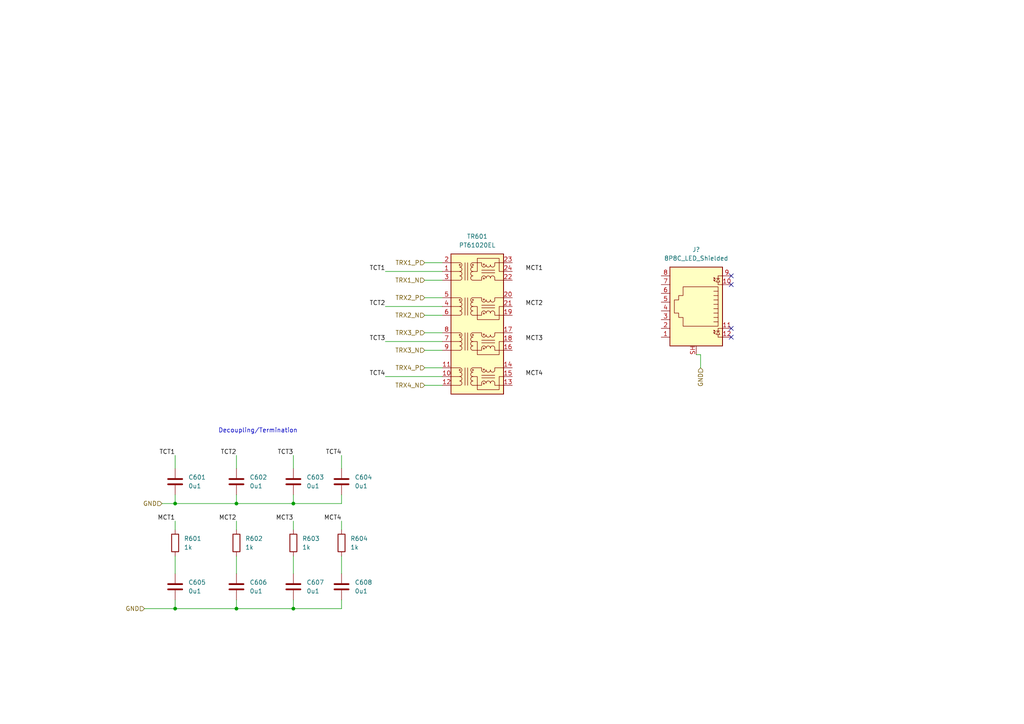
<source format=kicad_sch>
(kicad_sch (version 20211123) (generator eeschema)
  (paper "A4")
  (lib_symbols
    (symbol "Connector:8P8C_LED_Shielded" (pin_names (offset 1.016))
      (property "Reference" "J" (at -5.08 13.97 0))
      (property "Value" "8P8C_LED_Shielded" (at 1.27 13.97 0))
      (symbol "8P8C_LED_Shielded_0_1"
        (polyline (pts (xy -7.62 -7.62) (xy -6.35 -7.62)))
        (polyline (pts (xy -7.62 -5.08) (xy -6.35 -5.08)))
        (polyline (pts (xy -7.62 7.62) (xy -6.35 7.62)))
        (polyline (pts (xy -7.62 10.16) (xy -6.35 10.16)))
        (polyline (pts (xy -6.858 -5.842) (xy -5.842 -5.842)))
        (polyline (pts (xy -6.858 9.398) (xy -5.842 9.398)))
        (polyline (pts (xy -6.35 -7.62) (xy -6.35 -6.858)))
        (polyline (pts (xy -6.35 -5.08) (xy -6.35 -5.842)))
        (polyline (pts (xy -6.35 7.62) (xy -6.35 8.382)))
        (polyline (pts (xy -6.35 10.16) (xy -6.35 9.398)))
        (polyline (pts (xy -5.08 -6.223) (xy -5.207 -6.604)))
        (polyline (pts (xy -5.08 -5.588) (xy -5.207 -5.969)))
        (polyline (pts (xy -5.08 4.445) (xy -6.35 4.445)))
        (polyline (pts (xy -5.08 5.715) (xy -6.35 5.715)))
        (polyline (pts (xy -5.08 9.017) (xy -5.207 8.636)))
        (polyline (pts (xy -5.08 9.652) (xy -5.207 9.271)))
        (polyline (pts (xy -6.35 -3.175) (xy -5.08 -3.175) (xy -5.08 -3.175)))
        (polyline (pts (xy -6.35 -1.905) (xy -5.08 -1.905) (xy -5.08 -1.905)))
        (polyline (pts (xy -6.35 -0.635) (xy -5.08 -0.635) (xy -5.08 -0.635)))
        (polyline (pts (xy -6.35 0.635) (xy -5.08 0.635) (xy -5.08 0.635)))
        (polyline (pts (xy -6.35 1.905) (xy -5.08 1.905) (xy -5.08 1.905)))
        (polyline (pts (xy -5.588 -6.731) (xy -5.08 -6.223) (xy -5.461 -6.35)))
        (polyline (pts (xy -5.588 -6.096) (xy -5.08 -5.588) (xy -5.461 -5.715)))
        (polyline (pts (xy -5.588 8.509) (xy -5.08 9.017) (xy -5.461 8.89)))
        (polyline (pts (xy -5.588 9.144) (xy -5.08 9.652) (xy -5.461 9.525)))
        (polyline (pts (xy -5.08 3.175) (xy -6.35 3.175) (xy -6.35 3.175)))
        (polyline (pts (xy -6.35 -5.842) (xy -6.858 -6.858) (xy -5.842 -6.858) (xy -6.35 -5.842)))
        (polyline (pts (xy -6.35 9.398) (xy -6.858 8.382) (xy -5.842 8.382) (xy -6.35 9.398)))
        (polyline (pts (xy -6.35 -4.445) (xy -6.35 6.985) (xy 3.81 6.985) (xy 3.81 4.445) (xy 5.08 4.445) (xy 5.08 3.175) (xy 6.35 3.175) (xy 6.35 -0.635) (xy 5.08 -0.635) (xy 5.08 -1.905) (xy 3.81 -1.905) (xy 3.81 -4.445) (xy -6.35 -4.445) (xy -6.35 -4.445)))
        (rectangle (start 7.62 12.7) (end -7.62 -10.16) (stroke (width 0.254)) (fill (type background)))
      )
      (symbol "8P8C_LED_Shielded_1_1"
        (pin passive line (at 10.16 -7.62 180) (length 2.54) (name "~") (number "1"))
        (pin passive line (at -10.16 7.62 0) (length 2.54) (name "~") (number "10"))
        (pin passive line (at -10.16 -5.08 0) (length 2.54) (name "~") (number "11"))
        (pin passive line (at -10.16 -7.62 0) (length 2.54) (name "~") (number "12"))
        (pin passive line (at 10.16 -5.08 180) (length 2.54) (name "~") (number "2"))
        (pin passive line (at 10.16 -2.54 180) (length 2.54) (name "~") (number "3"))
        (pin passive line (at 10.16 0 180) (length 2.54) (name "~") (number "4"))
        (pin passive line (at 10.16 2.54 180) (length 2.54) (name "~") (number "5"))
        (pin passive line (at 10.16 5.08 180) (length 2.54) (name "~") (number "6"))
        (pin passive line (at 10.16 7.62 180) (length 2.54) (name "~") (number "7"))
        (pin passive line (at 10.16 10.16 180) (length 2.54) (name "~") (number "8"))
        (pin passive line (at -10.16 10.16 0) (length 2.54) (name "~") (number "9"))
        (pin passive line (at 0 -12.7 90) (length 2.54) (name "~") (number "SH"))
      )
    )
    (symbol "Device:C" (pin_numbers hide) (pin_names (offset 0.254))
      (property "Reference" "C" (at 0.635 2.54 0))
      (property "Value" "C" (at 0.635 -2.54 0))
      (symbol "C_0_1"
        (polyline (pts (xy -2.032 -0.762) (xy 2.032 -0.762)) (stroke (width 0.508)))
        (polyline (pts (xy -2.032 0.762) (xy 2.032 0.762)) (stroke (width 0.508)))
      )
      (symbol "C_1_1"
        (pin passive line (at 0 3.81 270) (length 2.794) (name "~") (number "1"))
        (pin passive line (at 0 -3.81 90) (length 2.794) (name "~") (number "2"))
      )
    )
    (symbol "Device:R" (pin_numbers hide) (pin_names (offset 0))
      (property "Reference" "R" (at 2.032 0 90))
      (property "Value" "R" (at 0 0 90))
      (symbol "R_0_1"
        (rectangle (start -1.016 -2.54) (end 1.016 2.54) (stroke (width 0.254)))
      )
      (symbol "R_1_1"
        (pin passive line (at 0 3.81 270) (length 1.27) (name "~") (number "1"))
        (pin passive line (at 0 -3.81 90) (length 1.27) (name "~") (number "2"))
      )
    )
    (symbol "Sonar:PT61020EL" (pin_names hide)
      (property "Reference" "TR" (at 0 22.225 0))
      (property "Value" "PT61020EL" (at 0 -21.59 0))
      (symbol "PT61020EL_0_1"
        (rectangle (start -7.62 20.32) (end 7.62 -20.32) (stroke (width 0.254)) (fill (type background)))
        (arc (start -5.08 16.51) (mid -4.445 17.145) (end -5.08 17.78))
        (circle (center -5.08 17.145) (radius 0.1778))
        (polyline (pts (xy -5.08 12.7) (xy -7.62 12.7)))
        (polyline (pts (xy -5.08 15.24) (xy -7.62 15.24)))
        (polyline (pts (xy -5.08 17.78) (xy -7.62 17.78)))
        (polyline (pts (xy -3.556 -12.7) (xy -3.556 -17.78)))
        (polyline (pts (xy -3.556 -2.54) (xy -3.556 -7.62)))
        (polyline (pts (xy -3.556 7.62) (xy -3.556 2.54)))
        (polyline (pts (xy -3.556 12.7) (xy -3.556 17.78)))
        (polyline (pts (xy -2.794 -17.78) (xy -2.794 -12.7)))
        (polyline (pts (xy -2.794 -7.62) (xy -2.794 -2.54)))
        (polyline (pts (xy -2.794 2.54) (xy -2.794 7.62)))
        (polyline (pts (xy -2.794 17.78) (xy -2.794 12.7)))
        (polyline (pts (xy 1.27 14.859) (xy 5.08 14.859)))
        (polyline (pts (xy 1.27 15.621) (xy 5.08 15.621)))
        (polyline (pts (xy -1.27 12.7) (xy 1.27 12.7) (xy 1.27 13.335)))
        (polyline (pts (xy 1.27 17.145) (xy 1.27 17.78) (xy -1.27 17.78)))
        (polyline (pts (xy 5.08 13.335) (xy 5.08 12.7) (xy 7.62 12.7)))
        (polyline (pts (xy 5.08 17.145) (xy 5.08 17.78) (xy 7.62 17.78)))
        (polyline (pts (xy -1.27 15.24) (xy 0 15.24) (xy 0 19.05) (xy 6.35 19.05) (xy 6.35 15.24) (xy 7.62 15.24)))
      )
      (symbol "PT61020EL_1_1"
        (arc (start -5.08 -17.78) (mid -4.445 -17.145) (end -5.08 -16.51))
        (arc (start -5.08 -16.51) (mid -4.445 -15.875) (end -5.08 -15.24))
        (arc (start -5.08 -15.24) (mid -4.445 -14.605) (end -5.08 -13.97))
        (arc (start -5.08 -13.97) (mid -4.445 -13.335) (end -5.08 -12.7))
        (circle (center -5.08 -13.335) (radius 0.1778))
        (arc (start -5.08 -7.62) (mid -4.445 -6.985) (end -5.08 -6.35))
        (arc (start -5.08 -6.35) (mid -4.445 -5.715) (end -5.08 -5.08))
        (arc (start -5.08 -5.08) (mid -4.445 -4.445) (end -5.08 -3.81))
        (arc (start -5.08 -3.81) (mid -4.445 -3.175) (end -5.08 -2.54))
        (circle (center -5.08 -3.175) (radius 0.1778))
        (arc (start -5.08 2.54) (mid -4.445 3.175) (end -5.08 3.81))
        (arc (start -5.08 3.81) (mid -4.445 4.445) (end -5.08 5.08))
        (arc (start -5.08 5.08) (mid -4.445 5.715) (end -5.08 6.35))
        (arc (start -5.08 6.35) (mid -4.445 6.985) (end -5.08 7.62))
        (circle (center -5.08 6.985) (radius 0.1778))
        (arc (start -5.08 12.7) (mid -4.445 13.335) (end -5.08 13.97))
        (arc (start -5.08 13.97) (mid -4.445 14.605) (end -5.08 15.24))
        (arc (start -5.08 15.24) (mid -4.445 15.875) (end -5.08 16.51))
        (arc (start -1.27 -16.51) (mid -1.905 -17.145) (end -1.27 -17.78))
        (arc (start -1.27 -15.24) (mid -1.905 -15.875) (end -1.27 -16.51))
        (arc (start -1.27 -13.97) (mid -1.905 -14.605) (end -1.27 -15.24))
        (circle (center -1.27 -13.335) (radius 0.1778))
        (arc (start -1.27 -12.7) (mid -1.905 -13.335) (end -1.27 -13.97))
        (arc (start -1.27 -6.35) (mid -1.905 -6.985) (end -1.27 -7.62))
        (arc (start -1.27 -5.08) (mid -1.905 -5.715) (end -1.27 -6.35))
        (arc (start -1.27 -3.81) (mid -1.905 -4.445) (end -1.27 -5.08))
        (circle (center -1.27 -3.175) (radius 0.1778))
        (arc (start -1.27 -2.54) (mid -1.905 -3.175) (end -1.27 -3.81))
        (arc (start -1.27 3.81) (mid -1.905 3.175) (end -1.27 2.54))
        (arc (start -1.27 5.08) (mid -1.905 4.445) (end -1.27 3.81))
        (arc (start -1.27 6.35) (mid -1.905 5.715) (end -1.27 5.08))
        (circle (center -1.27 6.985) (radius 0.1778))
        (arc (start -1.27 7.62) (mid -1.905 6.985) (end -1.27 6.35))
        (arc (start -1.27 13.97) (mid -1.905 13.335) (end -1.27 12.7))
        (arc (start -1.27 15.24) (mid -1.905 14.605) (end -1.27 13.97))
        (arc (start -1.27 16.51) (mid -1.905 15.875) (end -1.27 15.24))
        (circle (center -1.27 17.145) (radius 0.1778))
        (arc (start -1.27 17.78) (mid -1.905 17.145) (end -1.27 16.51))
        (polyline (pts (xy -5.08 -17.78) (xy -7.62 -17.78)))
        (polyline (pts (xy -5.08 -15.24) (xy -7.62 -15.24)))
        (polyline (pts (xy -5.08 -12.7) (xy -7.62 -12.7)))
        (polyline (pts (xy -5.08 -7.62) (xy -7.62 -7.62)))
        (polyline (pts (xy -5.08 -5.08) (xy -7.62 -5.08)))
        (polyline (pts (xy -5.08 -2.54) (xy -7.62 -2.54)))
        (polyline (pts (xy -5.08 2.54) (xy -7.62 2.54)))
        (polyline (pts (xy -5.08 5.08) (xy -7.62 5.08)))
        (polyline (pts (xy -5.08 7.62) (xy -7.62 7.62)))
        (polyline (pts (xy 1.27 -15.621) (xy 5.08 -15.621)))
        (polyline (pts (xy 1.27 -14.859) (xy 5.08 -14.859)))
        (polyline (pts (xy 1.27 -5.461) (xy 5.08 -5.461)))
        (polyline (pts (xy 1.27 -4.699) (xy 5.08 -4.699)))
        (polyline (pts (xy 1.27 4.699) (xy 5.08 4.699)))
        (polyline (pts (xy 1.27 5.461) (xy 5.08 5.461)))
        (polyline (pts (xy -1.27 -17.78) (xy 1.27 -17.78) (xy 1.27 -17.145)))
        (polyline (pts (xy -1.27 -7.62) (xy 1.27 -7.62) (xy 1.27 -6.985)))
        (polyline (pts (xy -1.27 2.54) (xy 1.27 2.54) (xy 1.27 3.175)))
        (polyline (pts (xy 1.27 -13.335) (xy 1.27 -12.7) (xy -1.27 -12.7)))
        (polyline (pts (xy 1.27 -3.175) (xy 1.27 -2.54) (xy -1.27 -2.54)))
        (polyline (pts (xy 1.27 6.985) (xy 1.27 7.62) (xy -1.27 7.62)))
        (polyline (pts (xy 5.08 -17.145) (xy 5.08 -17.78) (xy 7.62 -17.78)))
        (polyline (pts (xy 5.08 -13.335) (xy 5.08 -12.7) (xy 7.62 -12.7)))
        (polyline (pts (xy 5.08 -6.985) (xy 5.08 -7.62) (xy 7.62 -7.62)))
        (polyline (pts (xy 5.08 -3.175) (xy 5.08 -2.54) (xy 7.62 -2.54)))
        (polyline (pts (xy 5.08 3.175) (xy 5.08 2.54) (xy 7.62 2.54)))
        (polyline (pts (xy 5.08 6.985) (xy 5.08 7.62) (xy 7.62 7.62)))
        (polyline (pts (xy 7.62 -15.24) (xy 6.35 -15.24) (xy 6.35 -19.05) (xy 0 -19.05) (xy 0 -15.24) (xy -1.27 -15.24)))
        (polyline (pts (xy 7.62 -5.08) (xy 6.35 -5.08) (xy 6.35 -8.89) (xy 0 -8.89) (xy 0 -5.08) (xy -1.27 -5.08)))
        (polyline (pts (xy 7.62 5.08) (xy 6.35 5.08) (xy 6.35 1.27) (xy 0 1.27) (xy 0 5.08) (xy -1.27 5.08)))
        (arc (start 1.27 -13.335) (mid 1.905 -13.97) (end 2.54 -13.335))
        (arc (start 1.27 -3.175) (mid 1.905 -3.81) (end 2.54 -3.175))
        (arc (start 1.27 6.985) (mid 1.905 6.35) (end 2.54 6.985))
        (arc (start 1.27 17.145) (mid 1.905 16.51) (end 2.54 17.145))
        (circle (center 1.905 -17.272) (radius 0.1778))
        (circle (center 1.905 -13.208) (radius 0.1778))
        (circle (center 1.905 -7.112) (radius 0.1778))
        (circle (center 1.905 -3.048) (radius 0.1778))
        (circle (center 1.905 3.048) (radius 0.1778))
        (circle (center 1.905 7.112) (radius 0.1778))
        (circle (center 1.905 13.208) (radius 0.1778))
        (circle (center 1.905 17.272) (radius 0.1778))
        (arc (start 2.54 -17.145) (mid 1.905 -16.51) (end 1.27 -17.145))
        (arc (start 2.54 -13.335) (mid 3.175 -13.97) (end 3.81 -13.335))
        (arc (start 2.54 -6.985) (mid 1.905 -6.35) (end 1.27 -6.985))
        (arc (start 2.54 -3.175) (mid 3.175 -3.81) (end 3.81 -3.175))
        (arc (start 2.54 3.175) (mid 1.905 3.81) (end 1.27 3.175))
        (arc (start 2.54 6.985) (mid 3.175 6.35) (end 3.81 6.985))
        (arc (start 2.54 13.335) (mid 1.905 13.97) (end 1.27 13.335))
        (arc (start 2.54 17.145) (mid 3.175 16.51) (end 3.81 17.145))
        (arc (start 3.81 -17.145) (mid 3.175 -16.51) (end 2.54 -17.145))
        (arc (start 3.81 -13.335) (mid 4.445 -13.97) (end 5.08 -13.335))
        (arc (start 3.81 -6.985) (mid 3.175 -6.35) (end 2.54 -6.985))
        (arc (start 3.81 -3.175) (mid 4.445 -3.81) (end 5.08 -3.175))
        (arc (start 3.81 3.175) (mid 3.175 3.81) (end 2.54 3.175))
        (arc (start 3.81 6.985) (mid 4.445 6.35) (end 5.08 6.985))
        (arc (start 3.81 13.335) (mid 3.175 13.97) (end 2.54 13.335))
        (arc (start 3.81 17.145) (mid 4.445 16.51) (end 5.08 17.145))
        (arc (start 5.08 -17.145) (mid 4.445 -16.51) (end 3.81 -17.145))
        (arc (start 5.08 -6.985) (mid 4.445 -6.35) (end 3.81 -6.985))
        (arc (start 5.08 3.175) (mid 4.445 3.81) (end 3.81 3.175))
        (arc (start 5.08 13.335) (mid 4.445 13.97) (end 3.81 13.335))
        (pin passive line (at -10.16 15.24 0) (length 2.54) (name "TCT1") (number "1"))
        (pin passive line (at -10.16 -15.24 0) (length 2.54) (name "TCT4") (number "10"))
        (pin passive line (at -10.16 -12.7 0) (length 2.54) (name "TD4+") (number "11"))
        (pin passive line (at -10.16 -17.78 0) (length 2.54) (name "TD4-") (number "12"))
        (pin passive line (at 10.16 -17.78 180) (length 2.54) (name "MX4-") (number "13"))
        (pin passive line (at 10.16 -12.7 180) (length 2.54) (name "MX4+") (number "14"))
        (pin passive line (at 10.16 -15.24 180) (length 2.54) (name "MCT4") (number "15"))
        (pin passive line (at 10.16 -7.62 180) (length 2.54) (name "MX3-") (number "16"))
        (pin passive line (at 10.16 -2.54 180) (length 2.54) (name "MX3+") (number "17"))
        (pin passive line (at 10.16 -5.08 180) (length 2.54) (name "MCT3") (number "18"))
        (pin passive line (at 10.16 2.54 180) (length 2.54) (name "MX2-") (number "19"))
        (pin passive line (at -10.16 17.78 0) (length 2.54) (name "TD1+") (number "2"))
        (pin passive line (at 10.16 7.62 180) (length 2.54) (name "MX2+") (number "20"))
        (pin passive line (at 10.16 5.08 180) (length 2.54) (name "MCT2") (number "21"))
        (pin passive line (at 10.16 12.7 180) (length 2.54) (name "MX1-") (number "22"))
        (pin passive line (at 10.16 17.78 180) (length 2.54) (name "MX1+") (number "23"))
        (pin passive line (at 10.16 15.24 180) (length 2.54) (name "MCT1") (number "24"))
        (pin passive line (at -10.16 12.7 0) (length 2.54) (name "TD1-") (number "3"))
        (pin passive line (at -10.16 5.08 0) (length 2.54) (name "TCT2") (number "4"))
        (pin passive line (at -10.16 7.62 0) (length 2.54) (name "TD2+") (number "5"))
        (pin passive line (at -10.16 2.54 0) (length 2.54) (name "TD2-") (number "6"))
        (pin passive line (at -10.16 -5.08 0) (length 2.54) (name "TCT3") (number "7"))
        (pin passive line (at -10.16 -2.54 0) (length 2.54) (name "TD3+") (number "8"))
        (pin passive line (at -10.16 -7.62 0) (length 2.54) (name "TD3-") (number "9"))
      )
    )
  )
  (junction (at 68.58 176.53))
  (junction (at 85.09 176.53))
  (junction (at 50.8 176.53))
  (junction (at 85.09 146.05))
  (junction (at 68.58 146.05))
  (junction (at 50.8 146.05))
  (no_connect (at 212.09 95.25))
  (no_connect (at 212.09 82.55))
  (no_connect (at 212.09 80.01))
  (no_connect (at 212.09 97.79))
  (wire (pts (xy 68.58 146.05) (xy 85.09 146.05)))
  (wire (pts (xy 85.09 151.13) (xy 85.09 153.67)))
  (wire (pts (xy 50.8 151.13) (xy 50.8 153.67)))
  (wire (pts (xy 85.09 146.05) (xy 99.06 146.05)))
  (wire (pts (xy 68.58 143.51) (xy 68.58 146.05)))
  (wire (pts (xy 111.76 109.22) (xy 128.27 109.22)))
  (wire (pts (xy 111.76 88.9) (xy 128.27 88.9)))
  (wire (pts (xy 50.8 146.05) (xy 68.58 146.05)))
  (wire (pts (xy 99.06 161.29) (xy 99.06 166.37)))
  (wire (pts (xy 123.19 101.6) (xy 128.27 101.6)))
  (wire (pts (xy 203.2 102.87) (xy 203.2 106.68)))
  (wire (pts (xy 123.19 86.36) (xy 128.27 86.36)))
  (wire (pts (xy 50.8 161.29) (xy 50.8 166.37)))
  (wire (pts (xy 68.58 176.53) (xy 85.09 176.53)))
  (wire (pts (xy 41.91 176.53) (xy 50.8 176.53)))
  (wire (pts (xy 68.58 132.08) (xy 68.58 135.89)))
  (wire (pts (xy 46.99 146.05) (xy 50.8 146.05)))
  (wire (pts (xy 99.06 151.13) (xy 99.06 153.67)))
  (wire (pts (xy 85.09 176.53) (xy 99.06 176.53)))
  (wire (pts (xy 123.19 96.52) (xy 128.27 96.52)))
  (wire (pts (xy 85.09 173.99) (xy 85.09 176.53)))
  (wire (pts (xy 50.8 173.99) (xy 50.8 176.53)))
  (wire (pts (xy 68.58 161.29) (xy 68.58 166.37)))
  (wire (pts (xy 99.06 173.99) (xy 99.06 176.53)))
  (wire (pts (xy 85.09 132.08) (xy 85.09 135.89)))
  (wire (pts (xy 123.19 91.44) (xy 128.27 91.44)))
  (wire (pts (xy 111.76 78.74) (xy 128.27 78.74)))
  (wire (pts (xy 50.8 132.08) (xy 50.8 135.89)))
  (wire (pts (xy 201.93 102.87) (xy 203.2 102.87)))
  (wire (pts (xy 50.8 176.53) (xy 68.58 176.53)))
  (wire (pts (xy 50.8 143.51) (xy 50.8 146.05)))
  (wire (pts (xy 99.06 143.51) (xy 99.06 146.05)))
  (wire (pts (xy 99.06 132.08) (xy 99.06 135.89)))
  (wire (pts (xy 123.19 76.2) (xy 128.27 76.2)))
  (wire (pts (xy 68.58 173.99) (xy 68.58 176.53)))
  (wire (pts (xy 85.09 143.51) (xy 85.09 146.05)))
  (wire (pts (xy 123.19 111.76) (xy 128.27 111.76)))
  (wire (pts (xy 123.19 106.68) (xy 128.27 106.68)))
  (wire (pts (xy 123.19 81.28) (xy 128.27 81.28)))
  (wire (pts (xy 85.09 161.29) (xy 85.09 166.37)))
  (wire (pts (xy 68.58 151.13) (xy 68.58 153.67)))
  (wire (pts (xy 111.76 99.06) (xy 128.27 99.06)))
  (text "Decoupling/Termination\n" (at 86.36 125.73 180) (effects (font (size 1.27 1.27)) (justify right bottom)))
  (label "MCT3" (at 152.4 99.06 0))
  (label "MCT3" (at 85.09 151.13 180))
  (label "MCT1" (at 50.8 151.13 180))
  (label "TCT4" (at 111.76 109.22 180))
  (label "TCT2" (at 111.76 88.9 180))
  (label "MCT1" (at 152.4 78.74 0))
  (label "TCT4" (at 99.06 132.08 180))
  (label "TCT1" (at 50.8 132.08 180))
  (label "MCT4" (at 99.06 151.13 180))
  (label "TCT3" (at 85.09 132.08 180))
  (label "MCT2" (at 68.58 151.13 180))
  (label "TCT1" (at 111.76 78.74 180))
  (label "TCT3" (at 111.76 99.06 180))
  (label "MCT4" (at 152.4 109.22 0))
  (label "TCT2" (at 68.58 132.08 180))
  (label "MCT2" (at 152.4 88.9 0))
  (hierarchical_label "TRX4_P" (shape input) (at 123.19 106.68 180))
  (hierarchical_label "TRX3_P" (shape input) (at 123.19 96.52 180))
  (hierarchical_label "TRX3_N" (shape input) (at 123.19 101.6 180))
  (hierarchical_label "TRX2_N" (shape input) (at 123.19 91.44 180))
  (hierarchical_label "TRX1_P" (shape input) (at 123.19 76.2 180))
  (hierarchical_label "GND" (shape input) (at 203.2 106.68 270))
  (hierarchical_label "GND" (shape input) (at 41.91 176.53 180))
  (hierarchical_label "GND" (shape input) (at 46.99 146.05 180))
  (hierarchical_label "TRX4_N" (shape input) (at 123.19 111.76 180))
  (hierarchical_label "TRX2_P" (shape input) (at 123.19 86.36 180))
  (hierarchical_label "TRX1_N" (shape input) (at 123.19 81.28 180))
  (symbol (lib_id "Device:C") (at 85.09 170.18 0) (unit 1)
    (property "Reference" "C607" (at 88.9 168.9099 0) (effects (justify left)))
    (property "Value" "0u1" (at 88.9 171.4499 0) (effects (justify left)))
  )
  (symbol (lib_id "Device:R") (at 99.06 157.48 0) (unit 1)
    (property "Reference" "R604" (at 101.6 156.2099 0) (effects (justify left)))
    (property "Value" "1k" (at 101.6 158.7499 0) (effects (justify left)))
  )
  (symbol (lib_id "Device:C") (at 50.8 139.7 0) (unit 1)
    (property "Reference" "C601" (at 54.61 138.4299 0) (effects (justify left)))
    (property "Value" "0u1" (at 54.61 140.9699 0) (effects (justify left)))
  )
  (symbol (lib_id "Device:C") (at 68.58 170.18 0) (unit 1)
    (property "Reference" "C606" (at 72.39 168.9099 0) (effects (justify left)))
    (property "Value" "0u1" (at 72.39 171.4499 0) (effects (justify left)))
  )
  (symbol (lib_id "Device:C") (at 99.06 170.18 0) (unit 1)
    (property "Reference" "C608" (at 102.87 168.9099 0) (effects (justify left)))
    (property "Value" "0u1" (at 102.87 171.4499 0) (effects (justify left)))
  )
  (symbol (lib_id "Connector:8P8C_LED_Shielded") (at 201.93 90.17 0) (mirror y) (unit 1)
    (property "Reference" "J?" (at 201.93 72.39 0))
    (property "Value" "8P8C_LED_Shielded" (at 201.93 74.93 0))
    (property "Datasheet" "https://cdn.amphenol-cs.com/media/wysiwyg/files/drawing/rjhsex38x.pdf" (effects hide))
    (property "MPN" "RJHSE-5381" (effects hide))
    (property "Manufacturer" "Amphenol ICC (Commercial Products)" (effects hide))
    (property "DPN" "RJHSE-5381-ND" (effects hide))
    (property "Distributor" "DigiKey" (effects hide))
  )
  (symbol (lib_id "Sonar:PT61020EL") (at 138.43 93.98 0) (unit 1)
    (property "Reference" "TR601" (at 138.43 68.58 0))
    (property "Value" "PT61020EL" (at 138.43 71.12 0))
    (property "Footprint" "Sonar:Transformer_Ethernet_Bourns_PT61020EL" (effects hide))
    (property "Datasheet" "https://www.bourns.com/pdfs/PT61020.pdf" (effects hide))
    (property "MPN" "PT61020EL" (effects hide))
    (property "Distributor" "DigiKey" (effects hide))
    (property "DPN" "PT61020ELCT-ND" (effects hide))
  )
  (symbol (lib_id "Device:R") (at 85.09 157.48 0) (unit 1)
    (property "Reference" "R603" (at 87.63 156.2099 0) (effects (justify left)))
    (property "Value" "1k" (at 87.63 158.7499 0) (effects (justify left)))
  )
  (symbol (lib_id "Device:C") (at 50.8 170.18 0) (unit 1)
    (property "Reference" "C605" (at 54.61 168.9099 0) (effects (justify left)))
    (property "Value" "0u1" (at 54.61 171.4499 0) (effects (justify left)))
  )
  (symbol (lib_id "Device:R") (at 50.8 157.48 0) (unit 1)
    (property "Reference" "R601" (at 53.34 156.2099 0) (effects (justify left)))
    (property "Value" "1k" (at 53.34 158.7499 0) (effects (justify left)))
  )
  (symbol (lib_id "Device:C") (at 68.58 139.7 0) (unit 1)
    (property "Reference" "C602" (at 72.39 138.4299 0) (effects (justify left)))
    (property "Value" "0u1" (at 72.39 140.9699 0) (effects (justify left)))
  )
  (symbol (lib_id "Device:C") (at 99.06 139.7 0) (unit 1)
    (property "Reference" "C604" (at 102.87 138.4299 0) (effects (justify left)))
    (property "Value" "0u1" (at 102.87 140.9699 0) (effects (justify left)))
  )
  (symbol (lib_id "Device:C") (at 85.09 139.7 0) (unit 1)
    (property "Reference" "C603" (at 88.9 138.4299 0) (effects (justify left)))
    (property "Value" "0u1" (at 88.9 140.9699 0) (effects (justify left)))
  )
  (symbol (lib_id "Device:R") (at 68.58 157.48 0) (unit 1)
    (property "Reference" "R602" (at 71.12 156.2099 0) (effects (justify left)))
    (property "Value" "1k" (at 71.12 158.7499 0) (effects (justify left)))
  )
)
</source>
